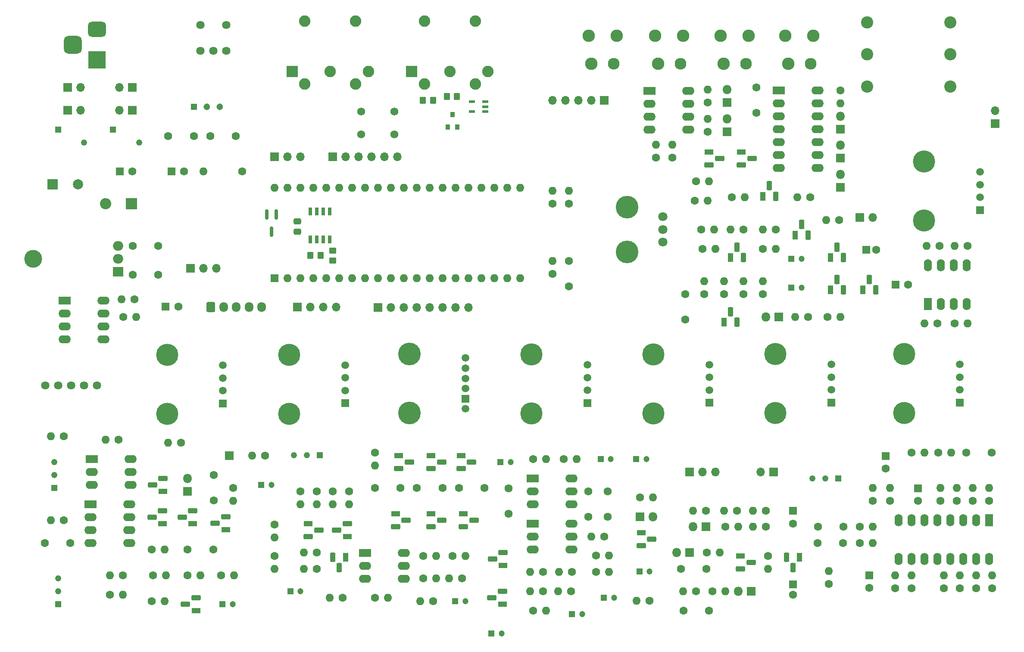
<source format=gbs>
G04 #@! TF.GenerationSoftware,KiCad,Pcbnew,8.0.8*
G04 #@! TF.CreationDate,2025-03-23T17:19:21+09:00*
G04 #@! TF.ProjectId,mainBorad,6d61696e-426f-4726-9164-2e6b69636164,rev?*
G04 #@! TF.SameCoordinates,Original*
G04 #@! TF.FileFunction,Soldermask,Bot*
G04 #@! TF.FilePolarity,Negative*
%FSLAX46Y46*%
G04 Gerber Fmt 4.6, Leading zero omitted, Abs format (unit mm)*
G04 Created by KiCad (PCBNEW 8.0.8) date 2025-03-23 17:19:21*
%MOMM*%
%LPD*%
G01*
G04 APERTURE LIST*
G04 Aperture macros list*
%AMRoundRect*
0 Rectangle with rounded corners*
0 $1 Rounding radius*
0 $2 $3 $4 $5 $6 $7 $8 $9 X,Y pos of 4 corners*
0 Add a 4 corners polygon primitive as box body*
4,1,4,$2,$3,$4,$5,$6,$7,$8,$9,$2,$3,0*
0 Add four circle primitives for the rounded corners*
1,1,$1+$1,$2,$3*
1,1,$1+$1,$4,$5*
1,1,$1+$1,$6,$7*
1,1,$1+$1,$8,$9*
0 Add four rect primitives between the rounded corners*
20,1,$1+$1,$2,$3,$4,$5,0*
20,1,$1+$1,$4,$5,$6,$7,0*
20,1,$1+$1,$6,$7,$8,$9,0*
20,1,$1+$1,$8,$9,$2,$3,0*%
G04 Aperture macros list end*
%ADD10C,1.600000*%
%ADD11O,1.600000X1.600000*%
%ADD12C,2.450000*%
%ADD13C,2.300000*%
%ADD14R,1.600000X2.400000*%
%ADD15O,1.600000X2.400000*%
%ADD16R,1.217000X1.217000*%
%ADD17C,1.217000*%
%ADD18R,1.800000X1.800000*%
%ADD19O,1.800000X1.800000*%
%ADD20C,1.800000*%
%ADD21C,4.455000*%
%ADD22R,1.100000X1.800000*%
%ADD23RoundRect,0.275000X-0.275000X-0.625000X0.275000X-0.625000X0.275000X0.625000X-0.275000X0.625000X0*%
%ADD24R,1.200000X1.200000*%
%ADD25C,1.200000*%
%ADD26R,1.600000X1.600000*%
%ADD27R,2.400000X1.600000*%
%ADD28O,2.400000X1.600000*%
%ADD29R,1.700000X1.700000*%
%ADD30O,1.700000X1.700000*%
%ADD31R,1.800000X1.100000*%
%ADD32RoundRect,0.275000X-0.625000X0.275000X-0.625000X-0.275000X0.625000X-0.275000X0.625000X0.275000X0*%
%ADD33C,1.635000*%
%ADD34R,2.200000X2.200000*%
%ADD35O,2.200000X2.200000*%
%ADD36RoundRect,0.275000X0.625000X-0.275000X0.625000X0.275000X-0.625000X0.275000X-0.625000X-0.275000X0*%
%ADD37RoundRect,0.275000X0.275000X0.625000X-0.275000X0.625000X-0.275000X-0.625000X0.275000X-0.625000X0*%
%ADD38RoundRect,0.250000X-0.600000X-0.725000X0.600000X-0.725000X0.600000X0.725000X-0.600000X0.725000X0*%
%ADD39O,1.700000X1.950000*%
%ADD40R,2.250000X2.250000*%
%ADD41C,2.250000*%
%ADD42R,1.500000X1.500000*%
%ADD43C,1.500000*%
%ADD44C,4.350000*%
%ADD45C,2.400000*%
%ADD46R,1.305000X1.305000*%
%ADD47C,1.305000*%
%ADD48C,1.575000*%
%ADD49C,3.500000*%
%ADD50R,2.000000X1.905000*%
%ADD51O,2.000000X1.905000*%
%ADD52R,3.500000X3.500000*%
%ADD53RoundRect,0.750000X-1.000000X0.750000X-1.000000X-0.750000X1.000000X-0.750000X1.000000X0.750000X0*%
%ADD54RoundRect,0.875000X-0.875000X0.875000X-0.875000X-0.875000X0.875000X-0.875000X0.875000X0.875000X0*%
%ADD55R,2.000000X2.000000*%
%ADD56C,2.000000*%
%ADD57RoundRect,0.250000X0.350000X0.450000X-0.350000X0.450000X-0.350000X-0.450000X0.350000X-0.450000X0*%
%ADD58RoundRect,0.250000X0.450000X-0.350000X0.450000X0.350000X-0.450000X0.350000X-0.450000X-0.350000X0*%
%ADD59R,1.150000X0.600000*%
%ADD60RoundRect,0.250000X0.475000X-0.337500X0.475000X0.337500X-0.475000X0.337500X-0.475000X-0.337500X0*%
%ADD61RoundRect,0.250000X-0.350000X-0.450000X0.350000X-0.450000X0.350000X0.450000X-0.350000X0.450000X0*%
%ADD62R,0.950000X1.000000*%
%ADD63RoundRect,0.175000X-0.175000X0.825000X-0.175000X-0.825000X0.175000X-0.825000X0.175000X0.825000X0*%
%ADD64R,0.650000X1.551000*%
G04 APERTURE END LIST*
D10*
X69330000Y-116165000D03*
D11*
X69330000Y-118705000D03*
D12*
X152770000Y-32805000D03*
X152220000Y-27305000D03*
X157720000Y-27305000D03*
D13*
X157170000Y-32805000D03*
D10*
X168275000Y-120650000D03*
D11*
X165735000Y-120650000D03*
D10*
X77470000Y-123375000D03*
D11*
X77470000Y-125915000D03*
D10*
X53340000Y-138430000D03*
D11*
X55880000Y-138430000D03*
D14*
X217790000Y-122555000D03*
D15*
X215250000Y-122555000D03*
X212710000Y-122555000D03*
X210170000Y-122555000D03*
X207630000Y-122555000D03*
X205090000Y-122555000D03*
X202550000Y-122555000D03*
X200010000Y-122555000D03*
X200010000Y-130175000D03*
X202550000Y-130175000D03*
X205090000Y-130175000D03*
X207630000Y-130175000D03*
X210170000Y-130175000D03*
X212710000Y-130175000D03*
X215250000Y-130175000D03*
X217790000Y-130175000D03*
D16*
X34925000Y-139065000D03*
D17*
X34925000Y-136525000D03*
X34925000Y-133985000D03*
D12*
X165650000Y-32805000D03*
X165100000Y-27305000D03*
X170600000Y-27305000D03*
D13*
X170050000Y-32805000D03*
D18*
X176530000Y-82550000D03*
D19*
X173990000Y-82550000D03*
D16*
X34145000Y-116205000D03*
D17*
X34145000Y-113665000D03*
X34145000Y-111125000D03*
D10*
X165960000Y-123825000D03*
D11*
X168500000Y-123825000D03*
D10*
X167230000Y-59055000D03*
D11*
X169770000Y-59055000D03*
D10*
X92075000Y-116840000D03*
D11*
X92075000Y-119380000D03*
D20*
X153685000Y-67865000D03*
X153685000Y-65365000D03*
X153685000Y-62865000D03*
D21*
X146685000Y-69765000D03*
X146685000Y-60965000D03*
D10*
X162560000Y-46130000D03*
D11*
X162560000Y-43590000D03*
D10*
X106680000Y-133985000D03*
D11*
X109220000Y-133985000D03*
D22*
X165735000Y-83585000D03*
D23*
X167005000Y-81515000D03*
X168275000Y-83585000D03*
D10*
X182245000Y-82550000D03*
D11*
X179705000Y-82550000D03*
D24*
X112935000Y-138430000D03*
D25*
X114935000Y-138430000D03*
D10*
X139065000Y-116840000D03*
X139065000Y-121840000D03*
X85725000Y-128905000D03*
D11*
X83185000Y-128905000D03*
D10*
X66900000Y-133350000D03*
D11*
X69440000Y-133350000D03*
D10*
X37320000Y-127000000D03*
X32320000Y-127000000D03*
D26*
X179295000Y-135160000D03*
D10*
X179295000Y-137160000D03*
X198345000Y-118745000D03*
D11*
X198345000Y-116205000D03*
D24*
X178975000Y-71120000D03*
D25*
X180975000Y-71120000D03*
D27*
X41275000Y-119380000D03*
D28*
X41275000Y-121920000D03*
X41275000Y-124460000D03*
X41275000Y-127000000D03*
X48895000Y-127000000D03*
X48895000Y-124460000D03*
X48895000Y-121920000D03*
X48895000Y-119380000D03*
D10*
X53565000Y-133350000D03*
D11*
X56105000Y-133350000D03*
D10*
X217790000Y-118745000D03*
D11*
X217790000Y-116205000D03*
D10*
X160245000Y-55880000D03*
D11*
X162785000Y-55880000D03*
D10*
X214615000Y-118745000D03*
D11*
X214615000Y-116205000D03*
D10*
X135255000Y-76530000D03*
X135255000Y-71530000D03*
X186055000Y-82550000D03*
D11*
X188595000Y-82550000D03*
D29*
X68580000Y-109855000D03*
X192405000Y-63000000D03*
D30*
X194945000Y-63000000D03*
D31*
X84055000Y-123190000D03*
D32*
X86125000Y-124460000D03*
X84055000Y-125730000D03*
D10*
X105410000Y-116205000D03*
X110410000Y-116205000D03*
D16*
X188185000Y-114300000D03*
D17*
X185645000Y-114300000D03*
X183105000Y-114300000D03*
D10*
X47625000Y-133350000D03*
D11*
X45085000Y-133350000D03*
D10*
X199375000Y-135890000D03*
D11*
X199375000Y-133350000D03*
D31*
X114535000Y-121285000D03*
D32*
X116605000Y-122555000D03*
X114535000Y-123825000D03*
D33*
X34925000Y-96000000D03*
X37465000Y-96000000D03*
X40005000Y-96000000D03*
X32385000Y-96000000D03*
X42545000Y-96000000D03*
D10*
X123432600Y-116285000D03*
X123432600Y-121285000D03*
X135255000Y-60325000D03*
D11*
X135255000Y-57785000D03*
D26*
X47030000Y-53975000D03*
D10*
X49530000Y-53975000D03*
D34*
X49312200Y-60325000D03*
D35*
X44232200Y-60325000D03*
D10*
X140560000Y-129460000D03*
D11*
X143100000Y-129460000D03*
D10*
X69810000Y-46990000D03*
X64810000Y-46990000D03*
X49570000Y-68580000D03*
X54570000Y-68580000D03*
D27*
X176530000Y-38005000D03*
D28*
X176530000Y-40545000D03*
X176530000Y-43085000D03*
X176530000Y-45625000D03*
X176530000Y-48165000D03*
X176530000Y-50705000D03*
X176530000Y-53245000D03*
X184150000Y-53245000D03*
X184150000Y-50705000D03*
X184150000Y-48165000D03*
X184150000Y-45625000D03*
X184150000Y-43085000D03*
X184150000Y-40545000D03*
X184150000Y-38005000D03*
D10*
X85725000Y-116840000D03*
D11*
X85725000Y-119380000D03*
D27*
X128157600Y-123190000D03*
D28*
X128157600Y-125730000D03*
X128157600Y-128270000D03*
X135777600Y-128270000D03*
X135777600Y-125730000D03*
X135777600Y-123190000D03*
D10*
X142240000Y-125730000D03*
D11*
X139700000Y-125730000D03*
D31*
X169145000Y-50165000D03*
D32*
X171215000Y-51435000D03*
X169145000Y-52705000D03*
D10*
X184215000Y-123825000D03*
X189215000Y-123825000D03*
X174360000Y-129540000D03*
D11*
X174360000Y-132080000D03*
D18*
X162150000Y-123825000D03*
D19*
X159610000Y-123825000D03*
D10*
X213545000Y-68580000D03*
D11*
X211005000Y-68580000D03*
D10*
X135890000Y-132715000D03*
D11*
X133350000Y-132715000D03*
D10*
X46765000Y-106680000D03*
D11*
X44225000Y-106680000D03*
D31*
X122205000Y-139065000D03*
D36*
X120135000Y-137795000D03*
X122205000Y-136525000D03*
D31*
X61995000Y-140335000D03*
D36*
X59925000Y-139065000D03*
X61995000Y-137795000D03*
D24*
X120015000Y-144780000D03*
D25*
X122015000Y-144780000D03*
D22*
X91440000Y-129775000D03*
D37*
X90170000Y-131845000D03*
X88900000Y-129775000D03*
D29*
X219000000Y-44540000D03*
D30*
X219000000Y-42000000D03*
D24*
X141510000Y-110490000D03*
D25*
X143510000Y-110490000D03*
D10*
X169545000Y-78105000D03*
D11*
X169545000Y-75565000D03*
D18*
X188595000Y-51340000D03*
D19*
X188595000Y-48800000D03*
D10*
X90805000Y-137795000D03*
D11*
X88265000Y-137795000D03*
D10*
X158115000Y-83105000D03*
X158115000Y-78105000D03*
D38*
X64930000Y-80645000D03*
D39*
X67430000Y-80645000D03*
X69930000Y-80645000D03*
X72430000Y-80645000D03*
X74930000Y-80645000D03*
D12*
X139700000Y-32805000D03*
X139150000Y-27305000D03*
X144650000Y-27305000D03*
D13*
X144100000Y-32805000D03*
D29*
X36830000Y-37465000D03*
D30*
X39370000Y-37465000D03*
D10*
X65520000Y-118665000D03*
X65520000Y-113665000D03*
D24*
X149130000Y-132635000D03*
D25*
X151130000Y-132635000D03*
D26*
X56047000Y-80518000D03*
D10*
X58547000Y-80518000D03*
X152400000Y-51210000D03*
D11*
X152400000Y-48670000D03*
D10*
X218425000Y-135890000D03*
D11*
X218425000Y-133350000D03*
D29*
X49530000Y-37465000D03*
D30*
X46990000Y-37465000D03*
D10*
X135665000Y-136525000D03*
D11*
X133125000Y-136525000D03*
D26*
X197470000Y-109895000D03*
D10*
X197470000Y-112395000D03*
X114300000Y-133985000D03*
D11*
X111760000Y-133985000D03*
D10*
X155575000Y-51210000D03*
D11*
X155575000Y-48670000D03*
D27*
X95210000Y-128920000D03*
D28*
X95210000Y-131460000D03*
X95210000Y-134000000D03*
X102830000Y-134000000D03*
X102830000Y-131460000D03*
X102830000Y-128920000D03*
D10*
X173990000Y-120650000D03*
D11*
X171450000Y-120650000D03*
D26*
X179295000Y-120690000D03*
D10*
X179295000Y-123190000D03*
X60325000Y-133350000D03*
D11*
X62865000Y-133350000D03*
D16*
X34925000Y-45720000D03*
D17*
X40025000Y-48310000D03*
D31*
X55455000Y-123190000D03*
D36*
X53385000Y-121920000D03*
X55455000Y-120650000D03*
D18*
X188595000Y-45625000D03*
D19*
X188595000Y-43085000D03*
D27*
X36180000Y-79385000D03*
D28*
X36180000Y-81925000D03*
X36180000Y-84465000D03*
X36180000Y-87005000D03*
X43800000Y-87005000D03*
X43800000Y-84465000D03*
X43800000Y-81925000D03*
X43800000Y-79385000D03*
D10*
X182655000Y-59055000D03*
D11*
X180115000Y-59055000D03*
D29*
X60960000Y-73025000D03*
D30*
X63500000Y-73025000D03*
X66040000Y-73025000D03*
D18*
X158975000Y-128905000D03*
D19*
X156435000Y-128905000D03*
D10*
X175895000Y-65405000D03*
D11*
X173355000Y-65405000D03*
D40*
X104380000Y-34290000D03*
D41*
X111880000Y-34290000D03*
X119380000Y-34290000D03*
X106880000Y-36790000D03*
X116880000Y-36790000D03*
X106880000Y-24390000D03*
X116880000Y-24390000D03*
D26*
X194295000Y-133350000D03*
D10*
X194295000Y-135850000D03*
D24*
X142145000Y-137795000D03*
D25*
X144145000Y-137795000D03*
D26*
X203820000Y-116245000D03*
D10*
X203820000Y-118745000D03*
D22*
X173355000Y-58820000D03*
D23*
X174625000Y-56750000D03*
X175895000Y-58820000D03*
D10*
X97155000Y-137795000D03*
D11*
X99695000Y-137795000D03*
D31*
X108185000Y-109855000D03*
D32*
X110255000Y-111125000D03*
X108185000Y-112395000D03*
D24*
X148495000Y-110490000D03*
D25*
X150495000Y-110490000D03*
D33*
X62865000Y-30225000D03*
X65405000Y-30225000D03*
X67945000Y-30225000D03*
X67945000Y-25145000D03*
X62865000Y-25145000D03*
D31*
X67825000Y-124420000D03*
D36*
X65755000Y-123150000D03*
X67825000Y-121880000D03*
D10*
X149225000Y-118030000D03*
D11*
X151765000Y-118030000D03*
D10*
X207645000Y-83820000D03*
D11*
X205105000Y-83820000D03*
D18*
X188595000Y-57055000D03*
D19*
X188595000Y-54515000D03*
D10*
X188595000Y-38005000D03*
D11*
X188595000Y-40545000D03*
D29*
X142235000Y-40005000D03*
D30*
X139695000Y-40005000D03*
X137155000Y-40005000D03*
X134615000Y-40005000D03*
X132075000Y-40005000D03*
D10*
X162150000Y-120650000D03*
D11*
X159610000Y-120650000D03*
D22*
X193040000Y-77235000D03*
D23*
X194310000Y-75165000D03*
X195580000Y-77235000D03*
D10*
X75565000Y-109855000D03*
D11*
X73025000Y-109855000D03*
D42*
X67310000Y-99550000D03*
D43*
X67310000Y-97050000D03*
X67310000Y-94550000D03*
X67310000Y-92050000D03*
D44*
X56310000Y-101600000D03*
X56310000Y-90000000D03*
D42*
X114946700Y-98635000D03*
D43*
X114946700Y-100635000D03*
X114946700Y-90635000D03*
X114946700Y-96635000D03*
X114946700Y-94635000D03*
X114946700Y-92635000D03*
D21*
X103946700Y-101435000D03*
X103946700Y-89835000D03*
D10*
X208055000Y-68580000D03*
D11*
X205515000Y-68580000D03*
D45*
X210185000Y-30945000D03*
X193885000Y-30945000D03*
X210185000Y-24645000D03*
X193885000Y-24645000D03*
X210185000Y-37245000D03*
X193885000Y-37245000D03*
D10*
X49911000Y-79121000D03*
D11*
X47371000Y-79121000D03*
D29*
X36825000Y-41910000D03*
D30*
X39365000Y-41910000D03*
D10*
X160020000Y-59690000D03*
D11*
X162560000Y-59690000D03*
D10*
X82550000Y-116840000D03*
D11*
X82550000Y-119380000D03*
D29*
X175485000Y-113030000D03*
D30*
X172945000Y-113030000D03*
D24*
X178975000Y-76835000D03*
D25*
X180975000Y-76835000D03*
D42*
X212090000Y-99380000D03*
D43*
X212090000Y-96880000D03*
X212090000Y-94380000D03*
X212090000Y-91880000D03*
D44*
X201090000Y-101430000D03*
X201090000Y-89830000D03*
D31*
X91725000Y-125730000D03*
D36*
X89655000Y-124460000D03*
X91725000Y-123190000D03*
D10*
X161810000Y-78105000D03*
D11*
X161810000Y-75565000D03*
D10*
X173355000Y-78105000D03*
D11*
X173355000Y-75565000D03*
D10*
X202550000Y-135890000D03*
D11*
X202550000Y-133350000D03*
D42*
X186851700Y-99412500D03*
D43*
X186851700Y-96912500D03*
X186851700Y-94412500D03*
X186851700Y-91912500D03*
D44*
X175851700Y-101462500D03*
X175851700Y-89862500D03*
D24*
X74835000Y-115570000D03*
D25*
X76835000Y-115570000D03*
D29*
X77470000Y-51060000D03*
D30*
X80010000Y-51060000D03*
X82550000Y-51060000D03*
D26*
X57190000Y-53975000D03*
D10*
X59690000Y-53975000D03*
X161515000Y-69215000D03*
D11*
X164055000Y-69215000D03*
D10*
X211440000Y-118745000D03*
D11*
X211440000Y-116205000D03*
D10*
X213345000Y-109220000D03*
X218345000Y-109220000D03*
D29*
X97790000Y-80665000D03*
D30*
X100330000Y-80665000D03*
X102870000Y-80665000D03*
X105410000Y-80665000D03*
X107950000Y-80665000D03*
X110490000Y-80665000D03*
X113030000Y-80665000D03*
X115570000Y-80665000D03*
D10*
X169545000Y-65405000D03*
D11*
X167005000Y-65405000D03*
D10*
X132080000Y-60325000D03*
D11*
X132080000Y-57785000D03*
D24*
X135890000Y-140970000D03*
D25*
X137890000Y-140970000D03*
D10*
X71120000Y-53975000D03*
D11*
X63500000Y-53975000D03*
D46*
X61595000Y-41275000D03*
D47*
X64135000Y-41275000D03*
X66675000Y-41275000D03*
D10*
X215250000Y-135890000D03*
D11*
X215250000Y-133350000D03*
D27*
X41550000Y-110520000D03*
D28*
X41550000Y-113060000D03*
X41550000Y-115600000D03*
X49170000Y-115600000D03*
X49170000Y-113060000D03*
X49170000Y-110520000D03*
D10*
X36050000Y-122555000D03*
D11*
X33510000Y-122555000D03*
D24*
X80550000Y-136525000D03*
D25*
X82550000Y-136525000D03*
D10*
X128270000Y-140335000D03*
D11*
X130810000Y-140335000D03*
D10*
X113665000Y-116205000D03*
X118665000Y-116205000D03*
X212075000Y-135890000D03*
D11*
X212075000Y-133350000D03*
D10*
X194930000Y-118745000D03*
D11*
X194930000Y-116205000D03*
D10*
X208265000Y-118745000D03*
D11*
X208265000Y-116205000D03*
D10*
X130175000Y-136525000D03*
D11*
X127635000Y-136525000D03*
D10*
X77470000Y-129540000D03*
D11*
X77470000Y-132080000D03*
D31*
X108185000Y-121285000D03*
D32*
X110255000Y-122555000D03*
X108185000Y-123825000D03*
D10*
X36050000Y-106045000D03*
D11*
X33510000Y-106045000D03*
D18*
X149225000Y-121840000D03*
D19*
X151765000Y-121840000D03*
D31*
X101835000Y-109855000D03*
D32*
X103905000Y-111125000D03*
X101835000Y-112395000D03*
D26*
X199430000Y-76200000D03*
D10*
X201930000Y-76200000D03*
X163420000Y-136525000D03*
D11*
X165960000Y-136525000D03*
D29*
X49530000Y-41910000D03*
D30*
X46990000Y-41910000D03*
D16*
X86360000Y-109710000D03*
D17*
X83820000Y-109710000D03*
X81280000Y-109710000D03*
D31*
X122320000Y-131445000D03*
D36*
X120250000Y-130175000D03*
X122320000Y-128905000D03*
D10*
X59055000Y-107315000D03*
D11*
X56515000Y-107315000D03*
D22*
X186690000Y-77235000D03*
D23*
X187960000Y-75165000D03*
X189230000Y-77235000D03*
D27*
X128157600Y-114300000D03*
D28*
X128157600Y-116840000D03*
X128157600Y-119380000D03*
X135777600Y-119380000D03*
X135777600Y-116840000D03*
X135777600Y-114300000D03*
D10*
X49610000Y-74295000D03*
X54610000Y-74295000D03*
X60365000Y-128270000D03*
X65365000Y-128270000D03*
D31*
X162795000Y-50165000D03*
D32*
X164865000Y-51435000D03*
X162795000Y-52705000D03*
D26*
X193635000Y-69380000D03*
D10*
X195635000Y-69380000D03*
D48*
X100965000Y-46670000D03*
X94465000Y-46670000D03*
X100965000Y-42170000D03*
X94465000Y-42170000D03*
D10*
X160245000Y-136525000D03*
D11*
X157705000Y-136525000D03*
D10*
X134227600Y-110490000D03*
D11*
X136767600Y-110490000D03*
D10*
X128270000Y-110490000D03*
D11*
X130810000Y-110490000D03*
D10*
X208900000Y-135890000D03*
D11*
X208900000Y-133350000D03*
D42*
X91278300Y-99522500D03*
D43*
X91278300Y-97022500D03*
X91278300Y-94522500D03*
X91278300Y-92022500D03*
D44*
X80278300Y-101572500D03*
X80278300Y-89972500D03*
D18*
X166370000Y-40415000D03*
D19*
X166370000Y-37875000D03*
D10*
X192390000Y-123825000D03*
D11*
X194930000Y-123825000D03*
D22*
X167005000Y-70885000D03*
D23*
X168275000Y-68815000D03*
X169545000Y-70885000D03*
D10*
X173355000Y-69215000D03*
D11*
X175895000Y-69215000D03*
D31*
X61360000Y-123190000D03*
D36*
X59290000Y-121920000D03*
X61360000Y-120650000D03*
D10*
X108585000Y-138430000D03*
D11*
X106045000Y-138430000D03*
D10*
X207855000Y-109220000D03*
D11*
X210395000Y-109220000D03*
D10*
X162745000Y-140335000D03*
X157745000Y-140335000D03*
X142875000Y-116840000D03*
X142875000Y-121840000D03*
D49*
X30035000Y-71120000D03*
D50*
X46695000Y-73660000D03*
D51*
X46695000Y-71120000D03*
X46695000Y-68580000D03*
D10*
X184135000Y-127000000D03*
X189135000Y-127000000D03*
D24*
X121825000Y-111125000D03*
D25*
X123825000Y-111125000D03*
D10*
X45085000Y-137160000D03*
D11*
X47625000Y-137160000D03*
D10*
X173990000Y-123825000D03*
D11*
X171450000Y-123825000D03*
D10*
X102155000Y-116205000D03*
X97155000Y-116205000D03*
X157295000Y-132080000D03*
X162295000Y-132080000D03*
X161290000Y-65405000D03*
D11*
X163830000Y-65405000D03*
D42*
X138915000Y-99495000D03*
D43*
X138915000Y-96995000D03*
X138915000Y-94495000D03*
X138915000Y-91995000D03*
D44*
X127915000Y-101545000D03*
X127915000Y-89945000D03*
D10*
X53340000Y-128270000D03*
D11*
X55880000Y-128270000D03*
D10*
X162560000Y-40415000D03*
D11*
X162560000Y-37875000D03*
D10*
X151130000Y-138350000D03*
D11*
X148590000Y-138350000D03*
D10*
X106680000Y-129540000D03*
D11*
X109220000Y-129540000D03*
D40*
X80885000Y-34290000D03*
D41*
X88385000Y-34290000D03*
X95885000Y-34290000D03*
X83385000Y-36790000D03*
X93385000Y-36790000D03*
X83385000Y-24390000D03*
X93385000Y-24390000D03*
D10*
X165735000Y-78105000D03*
D11*
X165735000Y-75565000D03*
D16*
X45710000Y-45695000D03*
D17*
X50810000Y-48285000D03*
D52*
X42545000Y-32035000D03*
D53*
X42545000Y-26035000D03*
D54*
X37845000Y-29035000D03*
D31*
X101200000Y-121285000D03*
D32*
X103270000Y-122555000D03*
X101200000Y-123825000D03*
D10*
X97155000Y-109220000D03*
D11*
X97155000Y-111760000D03*
D10*
X56555000Y-46990000D03*
X61555000Y-46990000D03*
D18*
X171040000Y-136525000D03*
D19*
X168500000Y-136525000D03*
D10*
X88900000Y-116840000D03*
D11*
X88900000Y-119380000D03*
D29*
X81915000Y-80645000D03*
D30*
X84455000Y-80645000D03*
X86995000Y-80645000D03*
X89535000Y-80645000D03*
D10*
X192390000Y-127000000D03*
D11*
X194930000Y-127000000D03*
D10*
X211045000Y-83820000D03*
D11*
X213585000Y-83820000D03*
D42*
X216000000Y-61550000D03*
D43*
X216000000Y-59050000D03*
X216000000Y-56550000D03*
X216000000Y-54050000D03*
D44*
X205000000Y-63600000D03*
X205000000Y-52000000D03*
D10*
X47752000Y-82550000D03*
D11*
X50292000Y-82550000D03*
D18*
X166370000Y-46130000D03*
D19*
X166370000Y-43590000D03*
D22*
X180565000Y-129775000D03*
D37*
X179295000Y-131845000D03*
X178025000Y-129775000D03*
D42*
X162883300Y-99440000D03*
D43*
X162883300Y-96940000D03*
X162883300Y-94440000D03*
X162883300Y-91940000D03*
D44*
X151883300Y-101490000D03*
X151883300Y-89890000D03*
D27*
X151115000Y-38110000D03*
D28*
X151115000Y-40650000D03*
X151115000Y-43190000D03*
X151115000Y-45730000D03*
X158735000Y-45730000D03*
X158735000Y-43190000D03*
X158735000Y-40650000D03*
X158735000Y-38110000D03*
D10*
X132080000Y-74070000D03*
D11*
X132080000Y-71530000D03*
D31*
X55530000Y-116840000D03*
D36*
X53460000Y-115570000D03*
X55530000Y-114300000D03*
D12*
X178350000Y-32805000D03*
X177800000Y-27305000D03*
X183300000Y-27305000D03*
D13*
X182750000Y-32805000D03*
D14*
X205750000Y-80025000D03*
D15*
X208290000Y-80025000D03*
X210830000Y-80025000D03*
X213370000Y-80025000D03*
X213370000Y-72405000D03*
X210830000Y-72405000D03*
X208290000Y-72405000D03*
X205750000Y-72405000D03*
D31*
X168960000Y-129540000D03*
D32*
X171030000Y-130810000D03*
X168960000Y-132080000D03*
D10*
X130175000Y-132715000D03*
D11*
X127635000Y-132715000D03*
D22*
X186690000Y-70885000D03*
D23*
X187960000Y-68815000D03*
X189230000Y-70885000D03*
D29*
X158975000Y-113030000D03*
D30*
X161515000Y-113030000D03*
X164055000Y-113030000D03*
D10*
X188370000Y-63500000D03*
D11*
X185830000Y-63500000D03*
D10*
X162375000Y-128905000D03*
D11*
X164915000Y-128905000D03*
D10*
X140560000Y-132715000D03*
D11*
X143100000Y-132715000D03*
D10*
X172085000Y-37465000D03*
X172085000Y-42465000D03*
D26*
X77470000Y-74950000D03*
D11*
X80010000Y-74950000D03*
X82550000Y-74950000D03*
X85090000Y-74950000D03*
X87630000Y-74950000D03*
X90170000Y-74950000D03*
X92710000Y-74950000D03*
X95250000Y-74950000D03*
X97790000Y-74950000D03*
X100330000Y-74950000D03*
X102870000Y-74950000D03*
X105410000Y-74950000D03*
X107950000Y-74950000D03*
X110490000Y-74950000D03*
X113030000Y-74950000D03*
X115570000Y-74950000D03*
X118110000Y-74950000D03*
X120650000Y-74950000D03*
X123190000Y-74950000D03*
X125730000Y-74950000D03*
X125730000Y-57150000D03*
X123190000Y-57150000D03*
X120650000Y-57150000D03*
X118110000Y-57150000D03*
X115570000Y-57150000D03*
X113030000Y-57150000D03*
X110490000Y-57150000D03*
X107950000Y-57150000D03*
X105410000Y-57150000D03*
X102870000Y-57150000D03*
X100330000Y-57150000D03*
X97790000Y-57150000D03*
X95250000Y-57150000D03*
X92710000Y-57150000D03*
X90170000Y-57150000D03*
X87630000Y-57150000D03*
X85090000Y-57150000D03*
X82550000Y-57150000D03*
X80010000Y-57150000D03*
X77470000Y-57150000D03*
D31*
X114060000Y-109855000D03*
D32*
X116130000Y-111125000D03*
X114060000Y-112395000D03*
D10*
X112395000Y-129540000D03*
D11*
X114935000Y-129540000D03*
D10*
X202550000Y-109220000D03*
D11*
X205090000Y-109220000D03*
D31*
X149460000Y-125015000D03*
D32*
X151530000Y-126285000D03*
X149460000Y-127555000D03*
D22*
X179705000Y-66440000D03*
D23*
X180975000Y-64370000D03*
X182245000Y-66440000D03*
D18*
X60325000Y-116840000D03*
D19*
X60325000Y-114300000D03*
D29*
X88900000Y-51040000D03*
D30*
X91440000Y-51040000D03*
X93980000Y-51040000D03*
X96520000Y-51040000D03*
X99060000Y-51040000D03*
X101600000Y-51040000D03*
D24*
X67215000Y-139065000D03*
D25*
X69215000Y-139065000D03*
D10*
X85725000Y-132080000D03*
D11*
X83185000Y-132080000D03*
D55*
X33827300Y-56515000D03*
D56*
X38827300Y-56515000D03*
D10*
X186280000Y-135030000D03*
D11*
X186280000Y-132490000D03*
D57*
X108585000Y-40005000D03*
X106585000Y-40005000D03*
D58*
X88900000Y-71485000D03*
X88900000Y-69485000D03*
D59*
X118805000Y-40265000D03*
X118805000Y-41215000D03*
X118805000Y-42165000D03*
X116205000Y-42165000D03*
X116205000Y-40265000D03*
D60*
X81915000Y-65807500D03*
X81915000Y-63732500D03*
D61*
X84455000Y-70485000D03*
X86455000Y-70485000D03*
D62*
X113345000Y-45205000D03*
X111445000Y-45205000D03*
X112395000Y-42805000D03*
D63*
X75885000Y-62435000D03*
X77785000Y-62435000D03*
X76835000Y-65835000D03*
D64*
X84455000Y-61852500D03*
X85725000Y-61852500D03*
X86995000Y-61852500D03*
X88265000Y-61852500D03*
X88265000Y-67302500D03*
X86995000Y-67302500D03*
X85725000Y-67302500D03*
X84455000Y-67302500D03*
D61*
X111284000Y-39243000D03*
X113284000Y-39243000D03*
M02*

</source>
